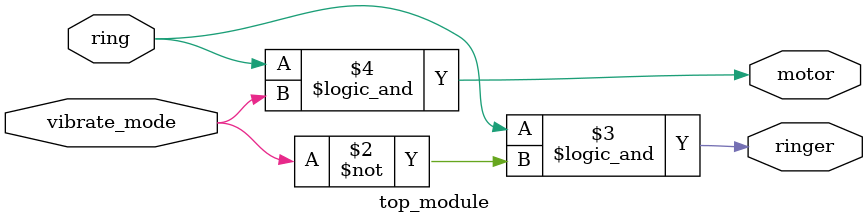
<source format=sv>
module top_module(
    input wire ring,
    input wire vibrate_mode,
    output reg ringer,
    output reg motor
);

always @(*) begin
    ringer = (ring && ~vibrate_mode);
    motor = (ring && vibrate_mode);
end

endmodule

</source>
